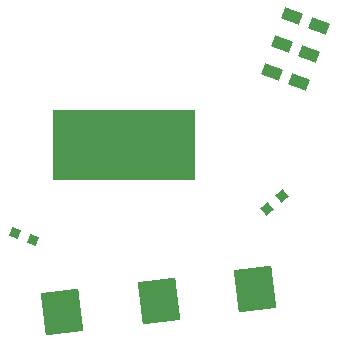
<source format=gbp>
G04*
G04 #@! TF.GenerationSoftware,Altium Limited,Altium Designer,24.4.1 (13)*
G04*
G04 Layer_Color=128*
%FSLAX44Y44*%
%MOMM*%
G71*
G04*
G04 #@! TF.SameCoordinates,0AE1F543-7B87-48E8-90D5-0DFDE8F72AC0*
G04*
G04*
G04 #@! TF.FilePolarity,Positive*
G04*
G01*
G75*
G04:AMPARAMS|DCode=15|XSize=3.6mm|YSize=3.2mm|CornerRadius=0mm|HoleSize=0mm|Usage=FLASHONLY|Rotation=277.000|XOffset=0mm|YOffset=0mm|HoleType=Round|Shape=Rectangle|*
%AMROTATEDRECTD15*
4,1,4,-1.8074,1.5916,1.3687,1.9816,1.8074,-1.5916,-1.3687,-1.9816,-1.8074,1.5916,0.0*
%
%ADD15ROTATEDRECTD15*%

%ADD16P,1.1314X4X265.0*%
%ADD17P,1.1314X4X385.0*%
G04:AMPARAMS|DCode=18|XSize=1.6mm|YSize=1mm|CornerRadius=0mm|HoleSize=0mm|Usage=FLASHONLY|Rotation=160.000|XOffset=0mm|YOffset=0mm|HoleType=Round|Shape=Rectangle|*
%AMROTATEDRECTD18*
4,1,4,0.9228,0.1962,0.5808,-0.7435,-0.9228,-0.1962,-0.5808,0.7435,0.9228,0.1962,0.0*
%
%ADD18ROTATEDRECTD18*%

%ADD19R,12.0000X6.0000*%
D15*
X290885Y113054D02*
D03*
X209000Y103000D02*
D03*
X127115Y92946D02*
D03*
D16*
X300680Y180697D02*
D03*
X313320Y191303D02*
D03*
D17*
X102752Y154178D02*
D03*
X87247Y159822D02*
D03*
D18*
X322274Y343597D02*
D03*
X313724Y320104D02*
D03*
X305173Y296612D02*
D03*
X344827Y335388D02*
D03*
X336276Y311896D02*
D03*
X327726Y288403D02*
D03*
D19*
X180000Y235000D02*
D03*
M02*

</source>
